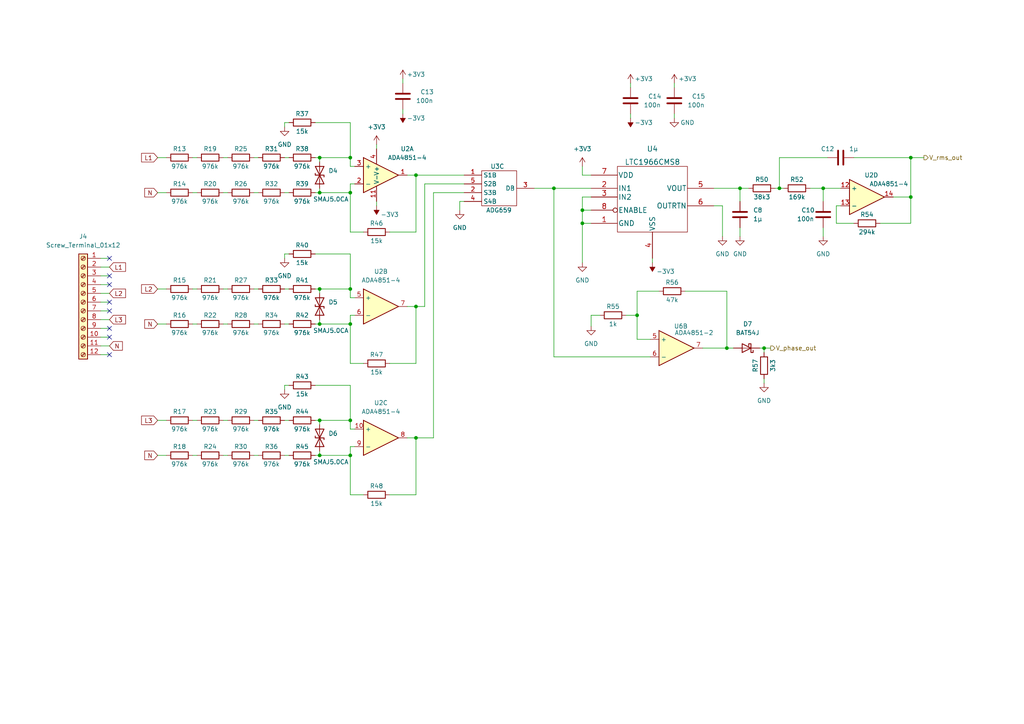
<source format=kicad_sch>
(kicad_sch (version 20211123) (generator eeschema)
  (paper "A4")
  (lib_symbols
    (symbol "ADA4851-2_multipart:ADA4851-2"
      (property "Reference" "U" (at 2.54 3.81 0))
      (property "Value" "ADA4851-2" (at 7.62 -3.81 0))
      (symbol "ADA4851-2_0_1"
        (polyline (pts (xy -3.81 5.08) (xy 6.35 0) (xy -3.81 -5.08) (xy -3.81 5.08)) (stroke (width 0.254)) (fill (type background)))
      )
      (symbol "ADA4851-2_1_1"
        (pin output line (at 8.89 0 180) (length 2.54) (name "~") (number "1"))
        (pin input line (at -6.35 -2.54 0) (length 2.54) (name "-") (number "2"))
        (pin input line (at -6.35 2.54 0) (length 2.54) (name "+") (number "3"))
        (pin power_in line (at 0 -7.62 90) (length 4.445) (name "V-") (number "4"))
        (pin power_in line (at 0 7.62 270) (length 4.445) (name "V+") (number "8"))
      )
      (symbol "ADA4851-2_2_1"
        (pin input line (at -6.35 2.54 0) (length 2.54) (name "+") (number "5"))
        (pin input line (at -6.35 -2.54 0) (length 2.54) (name "-") (number "6"))
        (pin output line (at 8.89 0 180) (length 2.54) (name "~") (number "7"))
      )
    )
    (symbol "ADA4851-4_multipart:ADA4851-4"
      (property "Reference" "U" (at 2.54 -0.635 0))
      (property "Value" "ADA4851-4" (at 7.62 -8.89 0))
      (symbol "ADA4851-4_0_1"
        (polyline (pts (xy -3.81 0) (xy 6.35 -5.08) (xy -3.81 -10.16) (xy -3.81 0)) (stroke (width 0.254)) (fill (type background)))
      )
      (symbol "ADA4851-4_1_1"
        (pin output line (at 8.89 -5.08 180) (length 2.54) (name "~") (number "1"))
        (pin power_in line (at 0 -12.7 90) (length 4.445) (name "V-") (number "11"))
        (pin input line (at -6.35 -7.62 0) (length 2.54) (name "-") (number "2"))
        (pin input line (at -6.35 -2.54 0) (length 2.54) (name "+") (number "3"))
        (pin power_in line (at 0 2.54 270) (length 4.445) (name "V+") (number "4"))
      )
      (symbol "ADA4851-4_2_1"
        (pin input line (at -6.35 -2.54 0) (length 2.54) (name "+") (number "5"))
        (pin input line (at -6.35 -7.62 0) (length 2.54) (name "-") (number "6"))
        (pin output line (at 8.89 -5.08 180) (length 2.54) (name "~") (number "7"))
      )
      (symbol "ADA4851-4_3_1"
        (pin input line (at -6.35 -2.54 0) (length 2.54) (name "+") (number "10"))
        (pin output line (at 8.89 -5.08 180) (length 2.54) (name "~") (number "8"))
        (pin input line (at -6.35 -7.62 0) (length 2.54) (name "-") (number "9"))
      )
      (symbol "ADA4851-4_4_1"
        (pin input line (at -6.35 -2.54 0) (length 2.54) (name "+") (number "12"))
        (pin input line (at -6.35 -7.62 0) (length 2.54) (name "-") (number "13"))
        (pin output line (at 8.89 -5.08 180) (length 2.54) (name "~") (number "14"))
      )
    )
    (symbol "ADG659_multipart:ADG659"
      (property "Reference" "U" (at 0 12.7 0))
      (property "Value" "ADG659" (at 0 10.16 0))
      (symbol "ADG659_1_1"
        (rectangle (start -6.35 8.89) (end 6.35 -10.16))
        (pin input line (at -11.43 2.54 0) (length 5.08) (name "A0") (number "10"))
        (pin power_in line (at -11.43 6.35 0) (length 5.08) (name "VDD") (number "16"))
        (pin input inverted (at -11.43 -3.81 0) (length 5.08) (name "EN") (number "6"))
        (pin power_in line (at 0 -15.24 90) (length 5.08) (name "VSS") (number "7"))
        (pin power_in line (at -11.43 -7.62 0) (length 5.08) (name "GND") (number "8"))
        (pin input line (at -11.43 0 0) (length 5.08) (name "A1") (number "9"))
      )
      (symbol "ADG659_2_1"
        (rectangle (start -5.08 5.08) (end 5.08 -5.08))
        (pin input line (at -10.16 -3.81 0) (length 5.08) (name "S4A") (number "11"))
        (pin input line (at -10.16 3.81 0) (length 5.08) (name "S1A") (number "12"))
        (pin output line (at 10.16 0 180) (length 5.08) (name "DA") (number "13"))
        (pin input line (at -10.16 1.27 0) (length 5.08) (name "S2A") (number "14"))
        (pin input line (at -10.16 -1.27 0) (length 5.08) (name "S3A") (number "15"))
      )
      (symbol "ADG659_3_1"
        (rectangle (start -5.08 5.08) (end 5.08 -5.08))
        (pin input line (at -10.16 3.81 0) (length 5.08) (name "S1B") (number "1"))
        (pin input line (at -10.16 -1.27 0) (length 5.08) (name "S3B") (number "2"))
        (pin output line (at 10.16 0 180) (length 5.08) (name "DB") (number "3"))
        (pin input line (at -10.16 -3.81 0) (length 5.08) (name "S4B") (number "4"))
        (pin input line (at -10.16 1.27 0) (length 5.08) (name "S2B") (number "5"))
      )
    )
    (symbol "Connector:Screw_Terminal_01x12" (pin_names (offset 1.016) hide)
      (property "Reference" "J" (at 0 15.24 0))
      (property "Value" "Screw_Terminal_01x12" (at 0 -17.78 0))
      (symbol "Screw_Terminal_01x12_1_1"
        (rectangle (start -1.27 13.97) (end 1.27 -16.51) (stroke (width 0.254)) (fill (type background)))
        (circle (center 0 -15.24) (radius 0.635) (stroke (width 0.1524)))
        (circle (center 0 -12.7) (radius 0.635) (stroke (width 0.1524)))
        (circle (center 0 -10.16) (radius 0.635) (stroke (width 0.1524)))
        (circle (center 0 -7.62) (radius 0.635) (stroke (width 0.1524)))
        (circle (center 0 -5.08) (radius 0.635) (stroke (width 0.1524)))
        (circle (center 0 -2.54) (radius 0.635) (stroke (width 0.1524)))
        (polyline (pts (xy -0.5334 -14.9098) (xy 0.3302 -15.748)) (stroke (width 0.1524)))
        (polyline (pts (xy -0.5334 -12.3698) (xy 0.3302 -13.208)) (stroke (width 0.1524)))
        (polyline (pts (xy -0.5334 -9.8298) (xy 0.3302 -10.668)) (stroke (width 0.1524)))
        (polyline (pts (xy -0.5334 -7.2898) (xy 0.3302 -8.128)) (stroke (width 0.1524)))
        (polyline (pts (xy -0.5334 -4.7498) (xy 0.3302 -5.588)) (stroke (width 0.1524)))
        (polyline (pts (xy -0.5334 -2.2098) (xy 0.3302 -3.048)) (stroke (width 0.1524)))
        (polyline (pts (xy -0.5334 0.3302) (xy 0.3302 -0.508)) (stroke (width 0.1524)))
        (polyline (pts (xy -0.5334 2.8702) (xy 0.3302 2.032)) (stroke (width 0.1524)))
        (polyline (pts (xy -0.5334 5.4102) (xy 0.3302 4.572)) (stroke (width 0.1524)))
        (polyline (pts (xy -0.5334 7.9502) (xy 0.3302 7.112)) (stroke (width 0.1524)))
        (polyline (pts (xy -0.5334 10.4902) (xy 0.3302 9.652)) (stroke (width 0.1524)))
        (polyline (pts (xy -0.5334 13.0302) (xy 0.3302 12.192)) (stroke (width 0.1524)))
        (polyline (pts (xy -0.3556 -14.732) (xy 0.508 -15.5702)) (stroke (width 0.1524)))
        (polyline (pts (xy -0.3556 -12.192) (xy 0.508 -13.0302)) (stroke (width 0.1524)))
        (polyline (pts (xy -0.3556 -9.652) (xy 0.508 -10.4902)) (stroke (width 0.1524)))
        (polyline (pts (xy -0.3556 -7.112) (xy 0.508 -7.9502)) (stroke (width 0.1524)))
        (polyline (pts (xy -0.3556 -4.572) (xy 0.508 -5.4102)) (stroke (width 0.1524)))
        (polyline (pts (xy -0.3556 -2.032) (xy 0.508 -2.8702)) (stroke (width 0.1524)))
        (polyline (pts (xy -0.3556 0.508) (xy 0.508 -0.3302)) (stroke (width 0.1524)))
        (polyline (pts (xy -0.3556 3.048) (xy 0.508 2.2098)) (stroke (width 0.1524)))
        (polyline (pts (xy -0.3556 5.588) (xy 0.508 4.7498)) (stroke (width 0.1524)))
        (polyline (pts (xy -0.3556 8.128) (xy 0.508 7.2898)) (stroke (width 0.1524)))
        (polyline (pts (xy -0.3556 10.668) (xy 0.508 9.8298)) (stroke (width 0.1524)))
        (polyline (pts (xy -0.3556 13.208) (xy 0.508 12.3698)) (stroke (width 0.1524)))
        (circle (center 0 0) (radius 0.635) (stroke (width 0.1524)))
        (circle (center 0 2.54) (radius 0.635) (stroke (width 0.1524)))
        (circle (center 0 5.08) (radius 0.635) (stroke (width 0.1524)))
        (circle (center 0 7.62) (radius 0.635) (stroke (width 0.1524)))
        (circle (center 0 10.16) (radius 0.635) (stroke (width 0.1524)))
        (circle (center 0 12.7) (radius 0.635) (stroke (width 0.1524)))
        (pin passive line (at -5.08 12.7 0) (length 3.81) (name "Pin_1") (number "1"))
        (pin passive line (at -5.08 -10.16 0) (length 3.81) (name "Pin_10") (number "10"))
        (pin passive line (at -5.08 -12.7 0) (length 3.81) (name "Pin_11") (number "11"))
        (pin passive line (at -5.08 -15.24 0) (length 3.81) (name "Pin_12") (number "12"))
        (pin passive line (at -5.08 10.16 0) (length 3.81) (name "Pin_2") (number "2"))
        (pin passive line (at -5.08 7.62 0) (length 3.81) (name "Pin_3") (number "3"))
        (pin passive line (at -5.08 5.08 0) (length 3.81) (name "Pin_4") (number "4"))
        (pin passive line (at -5.08 2.54 0) (length 3.81) (name "Pin_5") (number "5"))
        (pin passive line (at -5.08 0 0) (length 3.81) (name "Pin_6") (number "6"))
        (pin passive line (at -5.08 -2.54 0) (length 3.81) (name "Pin_7") (number "7"))
        (pin passive line (at -5.08 -5.08 0) (length 3.81) (name "Pin_8") (number "8"))
        (pin passive line (at -5.08 -7.62 0) (length 3.81) (name "Pin_9") (number "9"))
      )
    )
    (symbol "Device:C" (pin_numbers hide) (pin_names (offset 0.254))
      (property "Reference" "C" (at 0.635 2.54 0))
      (property "Value" "C" (at 0.635 -2.54 0))
      (symbol "C_0_1"
        (polyline (pts (xy -2.032 -0.762) (xy 2.032 -0.762)) (stroke (width 0.508)))
        (polyline (pts (xy -2.032 0.762) (xy 2.032 0.762)) (stroke (width 0.508)))
      )
      (symbol "C_1_1"
        (pin passive line (at 0 3.81 270) (length 2.794) (name "~") (number "1"))
        (pin passive line (at 0 -3.81 90) (length 2.794) (name "~") (number "2"))
      )
    )
    (symbol "Device:D_TVS" (pin_numbers hide) (pin_names (offset 1.016) hide)
      (property "Reference" "D" (at 0 2.54 0))
      (property "Value" "D_TVS" (at 0 -2.54 0))
      (symbol "D_TVS_0_1"
        (polyline (pts (xy 1.27 0) (xy -1.27 0)))
        (polyline (pts (xy 0.508 1.27) (xy 0 1.27) (xy 0 -1.27) (xy -0.508 -1.27)) (stroke (width 0.254)))
        (polyline (pts (xy -2.54 1.27) (xy -2.54 -1.27) (xy 2.54 1.27) (xy 2.54 -1.27) (xy -2.54 1.27)) (stroke (width 0.254)))
      )
      (symbol "D_TVS_1_1"
        (pin passive line (at -3.81 0 0) (length 2.54) (name "A1") (number "1"))
        (pin passive line (at 3.81 0 180) (length 2.54) (name "A2") (number "2"))
      )
    )
    (symbol "Device:R" (pin_numbers hide) (pin_names (offset 0))
      (property "Reference" "R" (at 2.032 0 90))
      (property "Value" "R" (at 0 0 90))
      (symbol "R_0_1"
        (rectangle (start -1.016 -2.54) (end 1.016 2.54) (stroke (width 0.254)))
      )
      (symbol "R_1_1"
        (pin passive line (at 0 3.81 270) (length 1.27) (name "~") (number "1"))
        (pin passive line (at 0 -3.81 90) (length 1.27) (name "~") (number "2"))
      )
    )
    (symbol "Diode:BAT54J" (pin_numbers hide) (pin_names hide)
      (property "Reference" "D" (at 0 2.54 0))
      (property "Value" "BAT54J" (at 0 -2.54 0))
      (symbol "BAT54J_0_1"
        (polyline (pts (xy 1.27 0) (xy -1.27 0)))
        (polyline (pts (xy 1.27 1.27) (xy 1.27 -1.27) (xy -1.27 0) (xy 1.27 1.27)) (stroke (width 0.254)))
        (polyline (pts (xy -1.905 0.635) (xy -1.905 1.27) (xy -1.27 1.27) (xy -1.27 -1.27) (xy -0.635 -1.27) (xy -0.635 -0.635)) (stroke (width 0.254)))
      )
      (symbol "BAT54J_1_1"
        (pin passive line (at -3.81 0 0) (length 2.54) (name "K") (number "1"))
        (pin passive line (at 3.81 0 180) (length 2.54) (name "A") (number "2"))
      )
    )
    (symbol "LTC1966:LTC1966CMS8" (pin_names (offset 0.254))
      (property "Reference" "U" (at 0 13.97 0))
      (property "Value" "LTC1966CMS8" (at 0 11.43 0))
      (symbol "LTC1966CMS8_1_1"
        (rectangle (start -10.16 8.89) (end 10.16 -10.16))
        (pin power_in line (at -17.78 -7.62 0) (length 7.62) (name "GND") (number "1"))
        (pin input line (at -17.78 2.54 0) (length 7.62) (name "IN1") (number "2"))
        (pin input line (at -17.78 0 0) (length 7.62) (name "IN2") (number "3"))
        (pin power_in line (at 0 -17.78 90) (length 7.62) (name "VSS") (number "4"))
        (pin output line (at 17.78 2.54 180) (length 7.62) (name "VOUT") (number "5"))
        (pin input line (at 17.78 -2.54 180) (length 7.62) (name "OUTRTN") (number "6"))
        (pin power_in line (at -17.78 6.35 0) (length 7.62) (name "VDD") (number "7"))
        (pin input inverted (at -17.78 -3.81 0) (length 7.62) (name "ENABLE") (number "8"))
      )
    )
    (symbol "power:+3V3" (power) (pin_names (offset 0))
      (property "Value" "+3V3" (at 0 3.556 0))
      (symbol "+3V3_0_1"
        (polyline (pts (xy -0.762 1.27) (xy 0 2.54)))
        (polyline (pts (xy 0 0) (xy 0 2.54)))
        (polyline (pts (xy 0 2.54) (xy 0.762 1.27)))
      )
      (symbol "+3V3_1_1"
        (pin power_in line (at 0 0 90) (length 0) hide (name "+3V3") (number "1"))
      )
    )
    (symbol "power:-3V3" (power) (pin_names (offset 0))
      (property "Value" "-3V3" (at 0 3.81 0))
      (symbol "-3V3_0_0"
        (pin power_in line (at 0 0 90) (length 0) hide (name "-3V3") (number "1"))
      )
      (symbol "-3V3_0_1"
        (polyline (pts (xy 0 0) (xy 0 1.27) (xy 0.762 1.27) (xy 0 2.54) (xy -0.762 1.27) (xy 0 1.27)) (fill (type outline)))
      )
    )
    (symbol "power:GND" (power) (pin_names (offset 0))
      (property "Value" "GND" (at 0 -3.81 0))
      (symbol "GND_0_1"
        (polyline (pts (xy 0 0) (xy 0 -1.27) (xy 1.27 -1.27) (xy 0 -2.54) (xy -1.27 -1.27) (xy 0 -1.27)))
      )
      (symbol "GND_1_1"
        (pin power_in line (at 0 0 270) (length 0) hide (name "GND") (number "1"))
      )
    )
  )
  (junction (at 101.6 83.82))
  (junction (at 168.91 60.96))
  (junction (at 184.785 91.44))
  (junction (at 101.6 55.88))
  (junction (at 168.91 64.77))
  (junction (at 264.16 45.72))
  (junction (at 120.65 127))
  (junction (at 120.65 88.9))
  (junction (at 214.63 54.61))
  (junction (at 92.71 45.72))
  (junction (at 92.71 132.08))
  (junction (at 264.16 57.15))
  (junction (at 92.71 121.92))
  (junction (at 92.71 93.98))
  (junction (at 120.65 50.8))
  (junction (at 238.76 54.61))
  (junction (at 210.82 100.965))
  (junction (at 101.6 45.72))
  (junction (at 101.6 132.08))
  (junction (at 160.655 54.61))
  (junction (at 92.71 83.82))
  (junction (at 101.6 121.92))
  (junction (at 226.06 54.61))
  (junction (at 221.615 100.965))
  (junction (at 92.71 55.88))
  (junction (at 101.6 93.98))
  (no_connect (at 31.75 74.93))
  (no_connect (at 31.75 97.79))
  (no_connect (at 31.75 95.25))
  (no_connect (at 31.75 90.17))
  (no_connect (at 31.75 87.63))
  (no_connect (at 31.75 102.87))
  (no_connect (at 31.75 80.01))
  (no_connect (at 31.75 82.55))
  (wire (pts (xy 168.91 57.15) (xy 168.91 60.96)))
  (wire (pts (xy 101.6 111.76) (xy 101.6 121.92)))
  (wire (pts (xy 125.73 127) (xy 120.65 127)))
  (wire (pts (xy 101.6 67.31) (xy 105.41 67.31)))
  (wire (pts (xy 255.27 64.77) (xy 264.16 64.77)))
  (wire (pts (xy 217.17 54.61) (xy 214.63 54.61)))
  (wire (pts (xy 83.82 111.76) (xy 82.55 111.76)))
  (wire (pts (xy 184.785 91.44) (xy 184.785 98.425)))
  (wire (pts (xy 29.21 92.71) (xy 31.75 92.71)))
  (wire (pts (xy 168.91 60.96) (xy 171.45 60.96)))
  (wire (pts (xy 55.88 121.92) (xy 57.15 121.92)))
  (wire (pts (xy 101.6 105.41) (xy 105.41 105.41)))
  (wire (pts (xy 29.21 80.01) (xy 31.75 80.01)))
  (wire (pts (xy 101.6 121.92) (xy 92.71 121.92)))
  (wire (pts (xy 82.55 35.56) (xy 82.55 36.83)))
  (wire (pts (xy 101.6 93.98) (xy 101.6 105.41)))
  (wire (pts (xy 55.88 45.72) (xy 57.15 45.72)))
  (wire (pts (xy 247.65 45.72) (xy 264.16 45.72)))
  (wire (pts (xy 29.21 102.87) (xy 31.75 102.87)))
  (wire (pts (xy 221.615 100.965) (xy 223.52 100.965)))
  (wire (pts (xy 210.82 100.965) (xy 203.835 100.965)))
  (wire (pts (xy 73.66 121.92) (xy 74.93 121.92)))
  (wire (pts (xy 221.615 100.965) (xy 221.615 102.235)))
  (wire (pts (xy 92.71 83.82) (xy 92.71 85.09)))
  (wire (pts (xy 92.71 121.92) (xy 92.71 123.19)))
  (wire (pts (xy 45.72 132.08) (xy 48.26 132.08)))
  (wire (pts (xy 29.21 82.55) (xy 31.75 82.55)))
  (wire (pts (xy 226.06 45.72) (xy 226.06 54.61)))
  (wire (pts (xy 101.6 73.66) (xy 101.6 83.82)))
  (wire (pts (xy 91.44 111.76) (xy 101.6 111.76)))
  (wire (pts (xy 120.65 88.9) (xy 118.11 88.9)))
  (wire (pts (xy 168.91 50.8) (xy 171.45 50.8)))
  (wire (pts (xy 82.55 132.08) (xy 83.82 132.08)))
  (wire (pts (xy 160.655 54.61) (xy 171.45 54.61)))
  (wire (pts (xy 210.82 84.455) (xy 210.82 100.965)))
  (wire (pts (xy 120.65 127) (xy 120.65 143.51)))
  (wire (pts (xy 238.76 54.61) (xy 243.84 54.61)))
  (wire (pts (xy 173.99 91.44) (xy 171.45 91.44)))
  (wire (pts (xy 109.22 41.91) (xy 109.22 43.18)))
  (wire (pts (xy 101.6 53.34) (xy 102.87 53.34)))
  (wire (pts (xy 101.6 129.54) (xy 102.87 129.54)))
  (wire (pts (xy 55.88 93.98) (xy 57.15 93.98)))
  (wire (pts (xy 29.21 74.93) (xy 31.75 74.93)))
  (wire (pts (xy 242.57 59.69) (xy 243.84 59.69)))
  (wire (pts (xy 123.19 88.9) (xy 120.65 88.9)))
  (wire (pts (xy 188.595 103.505) (xy 160.655 103.505)))
  (wire (pts (xy 101.6 35.56) (xy 101.6 45.72)))
  (wire (pts (xy 73.66 93.98) (xy 74.93 93.98)))
  (wire (pts (xy 207.01 54.61) (xy 214.63 54.61)))
  (wire (pts (xy 134.62 53.34) (xy 123.19 53.34)))
  (wire (pts (xy 73.66 55.88) (xy 74.93 55.88)))
  (wire (pts (xy 116.84 22.86) (xy 116.84 24.13)))
  (wire (pts (xy 101.6 86.36) (xy 102.87 86.36)))
  (wire (pts (xy 101.6 48.26) (xy 101.6 45.72)))
  (wire (pts (xy 91.44 132.08) (xy 92.71 132.08)))
  (wire (pts (xy 120.65 50.8) (xy 134.62 50.8)))
  (wire (pts (xy 134.62 55.88) (xy 125.73 55.88)))
  (wire (pts (xy 220.345 100.965) (xy 221.615 100.965)))
  (wire (pts (xy 109.22 58.42) (xy 109.22 59.69)))
  (wire (pts (xy 101.6 86.36) (xy 101.6 83.82)))
  (wire (pts (xy 168.91 64.77) (xy 168.91 60.96)))
  (wire (pts (xy 92.71 93.98) (xy 101.6 93.98)))
  (wire (pts (xy 92.71 130.81) (xy 92.71 132.08)))
  (wire (pts (xy 64.77 121.92) (xy 66.04 121.92)))
  (wire (pts (xy 101.6 129.54) (xy 101.6 132.08)))
  (wire (pts (xy 184.785 84.455) (xy 184.785 91.44)))
  (wire (pts (xy 29.21 77.47) (xy 31.75 77.47)))
  (wire (pts (xy 195.58 33.02) (xy 195.58 34.29)))
  (wire (pts (xy 92.71 55.88) (xy 101.6 55.88)))
  (wire (pts (xy 64.77 132.08) (xy 66.04 132.08)))
  (wire (pts (xy 73.66 83.82) (xy 74.93 83.82)))
  (wire (pts (xy 101.6 124.46) (xy 102.87 124.46)))
  (wire (pts (xy 73.66 132.08) (xy 74.93 132.08)))
  (wire (pts (xy 45.72 45.72) (xy 48.26 45.72)))
  (wire (pts (xy 82.55 45.72) (xy 83.82 45.72)))
  (wire (pts (xy 29.21 100.33) (xy 31.75 100.33)))
  (wire (pts (xy 154.94 54.61) (xy 160.655 54.61)))
  (wire (pts (xy 221.615 109.855) (xy 221.615 111.125)))
  (wire (pts (xy 45.72 93.98) (xy 48.26 93.98)))
  (wire (pts (xy 224.79 54.61) (xy 226.06 54.61)))
  (wire (pts (xy 45.72 121.92) (xy 48.26 121.92)))
  (wire (pts (xy 82.55 121.92) (xy 83.82 121.92)))
  (wire (pts (xy 133.35 58.42) (xy 133.35 60.96)))
  (wire (pts (xy 29.21 97.79) (xy 31.75 97.79)))
  (wire (pts (xy 83.82 35.56) (xy 82.55 35.56)))
  (wire (pts (xy 101.6 132.08) (xy 101.6 143.51)))
  (wire (pts (xy 226.06 54.61) (xy 227.33 54.61)))
  (wire (pts (xy 209.55 68.58) (xy 209.55 59.69)))
  (wire (pts (xy 92.71 92.71) (xy 92.71 93.98)))
  (wire (pts (xy 92.71 54.61) (xy 92.71 55.88)))
  (wire (pts (xy 101.6 91.44) (xy 102.87 91.44)))
  (wire (pts (xy 82.55 83.82) (xy 83.82 83.82)))
  (wire (pts (xy 64.77 83.82) (xy 66.04 83.82)))
  (wire (pts (xy 91.44 55.88) (xy 92.71 55.88)))
  (wire (pts (xy 168.91 48.26) (xy 168.91 50.8)))
  (wire (pts (xy 91.44 83.82) (xy 92.71 83.82)))
  (wire (pts (xy 247.65 64.77) (xy 242.57 64.77)))
  (wire (pts (xy 55.88 132.08) (xy 57.15 132.08)))
  (wire (pts (xy 120.65 50.8) (xy 118.11 50.8)))
  (wire (pts (xy 101.6 45.72) (xy 92.71 45.72)))
  (wire (pts (xy 264.16 45.72) (xy 264.16 57.15)))
  (wire (pts (xy 195.58 24.13) (xy 195.58 25.4)))
  (wire (pts (xy 45.72 55.88) (xy 48.26 55.88)))
  (wire (pts (xy 160.655 103.505) (xy 160.655 54.61)))
  (wire (pts (xy 184.785 98.425) (xy 188.595 98.425)))
  (wire (pts (xy 171.45 91.44) (xy 171.45 94.615)))
  (wire (pts (xy 91.44 73.66) (xy 101.6 73.66)))
  (wire (pts (xy 45.72 83.82) (xy 48.26 83.82)))
  (wire (pts (xy 210.82 100.965) (xy 212.725 100.965)))
  (wire (pts (xy 55.88 55.88) (xy 57.15 55.88)))
  (wire (pts (xy 134.62 58.42) (xy 133.35 58.42)))
  (wire (pts (xy 73.66 45.72) (xy 74.93 45.72)))
  (wire (pts (xy 64.77 93.98) (xy 66.04 93.98)))
  (wire (pts (xy 101.6 55.88) (xy 101.6 67.31)))
  (wire (pts (xy 120.65 88.9) (xy 120.65 105.41)))
  (wire (pts (xy 101.6 91.44) (xy 101.6 93.98)))
  (wire (pts (xy 171.45 57.15) (xy 168.91 57.15)))
  (wire (pts (xy 92.71 45.72) (xy 92.71 46.99)))
  (wire (pts (xy 238.76 54.61) (xy 238.76 58.42)))
  (wire (pts (xy 264.16 45.72) (xy 267.97 45.72)))
  (wire (pts (xy 91.44 45.72) (xy 92.71 45.72)))
  (wire (pts (xy 91.44 121.92) (xy 92.71 121.92)))
  (wire (pts (xy 214.63 66.04) (xy 214.63 68.58)))
  (wire (pts (xy 189.23 74.93) (xy 189.23 76.2)))
  (wire (pts (xy 82.55 73.66) (xy 82.55 74.93)))
  (wire (pts (xy 101.6 143.51) (xy 105.41 143.51)))
  (wire (pts (xy 82.55 111.76) (xy 82.55 113.03)))
  (wire (pts (xy 168.91 64.77) (xy 171.45 64.77)))
  (wire (pts (xy 198.755 84.455) (xy 210.82 84.455)))
  (wire (pts (xy 264.16 57.15) (xy 259.08 57.15)))
  (wire (pts (xy 125.73 55.88) (xy 125.73 127)))
  (wire (pts (xy 82.55 93.98) (xy 83.82 93.98)))
  (wire (pts (xy 29.21 90.17) (xy 31.75 90.17)))
  (wire (pts (xy 101.6 53.34) (xy 101.6 55.88)))
  (wire (pts (xy 120.65 50.8) (xy 120.65 67.31)))
  (wire (pts (xy 55.88 83.82) (xy 57.15 83.82)))
  (wire (pts (xy 92.71 132.08) (xy 101.6 132.08)))
  (wire (pts (xy 182.88 24.13) (xy 182.88 25.4)))
  (wire (pts (xy 120.65 143.51) (xy 113.03 143.51)))
  (wire (pts (xy 101.6 124.46) (xy 101.6 121.92)))
  (wire (pts (xy 214.63 54.61) (xy 214.63 58.42)))
  (wire (pts (xy 226.06 45.72) (xy 240.03 45.72)))
  (wire (pts (xy 120.65 127) (xy 118.11 127)))
  (wire (pts (xy 101.6 83.82) (xy 92.71 83.82)))
  (wire (pts (xy 91.44 93.98) (xy 92.71 93.98)))
  (wire (pts (xy 242.57 64.77) (xy 242.57 59.69)))
  (wire (pts (xy 83.82 73.66) (xy 82.55 73.66)))
  (wire (pts (xy 207.01 59.69) (xy 209.55 59.69)))
  (wire (pts (xy 82.55 55.88) (xy 83.82 55.88)))
  (wire (pts (xy 29.21 95.25) (xy 31.75 95.25)))
  (wire (pts (xy 120.65 67.31) (xy 113.03 67.31)))
  (wire (pts (xy 64.77 45.72) (xy 66.04 45.72)))
  (wire (pts (xy 181.61 91.44) (xy 184.785 91.44)))
  (wire (pts (xy 116.84 31.75) (xy 116.84 33.02)))
  (wire (pts (xy 120.65 105.41) (xy 113.03 105.41)))
  (wire (pts (xy 91.44 35.56) (xy 101.6 35.56)))
  (wire (pts (xy 168.91 76.2) (xy 168.91 64.77)))
  (wire (pts (xy 29.21 85.09) (xy 31.75 85.09)))
  (wire (pts (xy 101.6 48.26) (xy 102.87 48.26)))
  (wire (pts (xy 238.76 66.04) (xy 238.76 68.58)))
  (wire (pts (xy 234.95 54.61) (xy 238.76 54.61)))
  (wire (pts (xy 182.88 33.02) (xy 182.88 34.29)))
  (wire (pts (xy 29.21 87.63) (xy 31.75 87.63)))
  (wire (pts (xy 264.16 64.77) (xy 264.16 57.15)))
  (wire (pts (xy 64.77 55.88) (xy 66.04 55.88)))
  (wire (pts (xy 191.135 84.455) (xy 184.785 84.455)))
  (wire (pts (xy 123.19 53.34) (xy 123.19 88.9)))
  (global_label "N" (shape input) (at 31.75 100.33 0) (property "Intersheet References" "${INTERSHEET_REFS}" (effects hide)))
  (global_label "N" (shape input) (at 45.72 55.88 180) (property "Intersheet References" "${INTERSHEET_REFS}" (effects hide)))
  (global_label "N" (shape input) (at 45.72 132.08 180) (property "Intersheet References" "${INTERSHEET_REFS}" (effects hide)))
  (global_label "L3" (shape input) (at 45.72 121.92 180) (property "Intersheet References" "${INTERSHEET_REFS}" (effects hide)))
  (global_label "L2" (shape input) (at 45.72 83.82 180) (property "Intersheet References" "${INTERSHEET_REFS}" (effects hide)))
  (global_label "N" (shape input) (at 45.72 93.98 180) (property "Intersheet References" "${INTERSHEET_REFS}" (effects hide)))
  (global_label "L1" (shape input) (at 45.72 45.72 180) (property "Intersheet References" "${INTERSHEET_REFS}" (effects hide)))
  (global_label "L2" (shape input) (at 31.75 85.09 0) (property "Intersheet References" "${INTERSHEET_REFS}" (effects hide)))
  (global_label "L3" (shape input) (at 31.75 92.71 0) (property "Intersheet References" "${INTERSHEET_REFS}" (effects hide)))
  (global_label "L1" (shape input) (at 31.75 77.47 0) (property "Intersheet References" "${INTERSHEET_REFS}" (effects hide)))
  (hierarchical_label "V_phase_out" (shape output) (at 223.52 100.965 0))
  (hierarchical_label "V_rms_out" (shape output) (at 267.97 45.72 0))
  (symbol (lib_id "Device:C") (at 238.76 62.23 0) (unit 1)
    (property "Reference" "C10" (at 232.41 60.96 0) (effects (justify left)))
    (property "Value" "100n" (at 231.14 63.5 0) (effects (justify left)))
    (property "Footprint" "Capacitor_SMD:C_0603_1608Metric_Pad1.08x0.95mm_HandSolder" (effects hide))
    (property "Voltage rating" "6.3V" (effects hide))
    (property "Grade" "X7R" (effects hide))
  )
  (symbol (lib_id "Device:R") (at 87.63 73.66 90) (unit 1)
    (property "Reference" "R40" (at 87.63 71.12 90))
    (property "Value" "15k" (at 87.63 76.2 90))
    (property "Footprint" "Resistor_SMD:R_0603_1608Metric_Pad0.98x0.95mm_HandSolder" (effects hide))
  )
  (symbol (lib_id "ADA4851-4_multipart:ADA4851-4") (at 250.19 52.07 0) (unit 4)
    (property "Reference" "U2" (at 252.73 50.8 0))
    (property "Value" "ADA4851-4" (at 257.81 53.34 0))
    (property "Footprint" "Footprints:ADA4851-4YRUZ" (effects hide))
  )
  (symbol (lib_id "Device:R") (at 87.63 35.56 90) (unit 1)
    (property "Reference" "R37" (at 87.63 33.02 90))
    (property "Value" "15k" (at 87.63 38.1 90))
    (property "Footprint" "Resistor_SMD:R_0603_1608Metric_Pad0.98x0.95mm_HandSolder" (effects hide))
  )
  (symbol (lib_id "Device:D_TVS") (at 92.71 50.8 90) (unit 1)
    (property "Reference" "D4" (at 95.25 49.5299 90) (effects (justify right)))
    (property "Value" "SMAJ5.0CA" (at 90.805 57.785 90) (effects (justify right)))
    (property "Footprint" "Diode_SMD:D_SMA_Handsoldering" (effects hide))
  )
  (symbol (lib_id "Device:R") (at 87.63 83.82 90) (unit 1)
    (property "Reference" "R41" (at 87.63 81.28 90))
    (property "Value" "976k" (at 87.63 86.36 90))
    (property "Footprint" "Resistor_SMD:R_1210_3225Metric_Pad1.30x2.65mm_HandSolder" (effects hide))
  )
  (symbol (lib_id "Device:R") (at 78.74 121.92 90) (unit 1)
    (property "Reference" "R35" (at 78.74 119.38 90))
    (property "Value" "976k" (at 78.74 124.46 90))
    (property "Footprint" "Resistor_SMD:R_1210_3225Metric_Pad1.30x2.65mm_HandSolder" (effects hide))
  )
  (symbol (lib_id "Device:R") (at 87.63 55.88 90) (unit 1)
    (property "Reference" "R39" (at 87.63 53.34 90))
    (property "Value" "976k" (at 87.63 58.42 90))
    (property "Footprint" "Resistor_SMD:R_1210_3225Metric_Pad1.30x2.65mm_HandSolder" (effects hide))
  )
  (symbol (lib_id "Device:R") (at 194.945 84.455 90) (unit 1)
    (property "Reference" "R56" (at 194.945 81.915 90))
    (property "Value" "47k" (at 194.945 86.995 90))
    (property "Footprint" "Resistor_SMD:R_0603_1608Metric_Pad0.98x0.95mm_HandSolder" (effects hide))
  )
  (symbol (lib_id "Device:R") (at 109.22 67.31 90) (unit 1)
    (property "Reference" "R46" (at 109.22 64.77 90))
    (property "Value" "15k" (at 109.22 69.85 90))
    (property "Footprint" "Resistor_SMD:R_0603_1608Metric_Pad0.98x0.95mm_HandSolder" (effects hide))
  )
  (symbol (lib_id "Device:R") (at 60.96 121.92 90) (unit 1)
    (property "Reference" "R23" (at 60.96 119.38 90))
    (property "Value" "976k" (at 60.96 124.46 90))
    (property "Footprint" "Resistor_SMD:R_1210_3225Metric_Pad1.30x2.65mm_HandSolder" (effects hide))
  )
  (symbol (lib_id "ADA4851-2_multipart:ADA4851-2") (at 194.945 100.965 0) (unit 2)
    (property "Reference" "U6" (at 197.485 94.615 0))
    (property "Value" "ADA4851-2" (at 201.295 96.52 0))
    (property "Footprint" "Footprints:ADA4851-2YRMZ" (effects hide))
  )
  (symbol (lib_id "Device:R") (at 87.63 93.98 90) (unit 1)
    (property "Reference" "R42" (at 87.63 91.44 90))
    (property "Value" "976k" (at 87.63 96.52 90))
    (property "Footprint" "Resistor_SMD:R_1210_3225Metric_Pad1.30x2.65mm_HandSolder" (effects hide))
  )
  (symbol (lib_id "Device:R") (at 52.07 132.08 90) (unit 1)
    (property "Reference" "R18" (at 52.07 129.54 90))
    (property "Value" "976k" (at 52.07 134.62 90))
    (property "Footprint" "Resistor_SMD:R_1210_3225Metric_Pad1.30x2.65mm_HandSolder" (effects hide))
  )
  (symbol (lib_id "Device:R") (at 52.07 83.82 90) (unit 1)
    (property "Reference" "R15" (at 52.07 81.28 90))
    (property "Value" "976k" (at 52.07 86.36 90))
    (property "Footprint" "Resistor_SMD:R_1210_3225Metric_Pad1.30x2.65mm_HandSolder" (effects hide))
  )
  (symbol (lib_id "Device:R") (at 220.98 54.61 90) (unit 1)
    (property "Reference" "R50" (at 220.98 52.07 90))
    (property "Value" "38k3" (at 220.98 57.15 90))
    (property "Footprint" "Resistor_SMD:R_0603_1608Metric_Pad0.98x0.95mm_HandSolder" (effects hide))
  )
  (symbol (lib_id "power:GND") (at 133.35 60.96 0) (unit 1)
    (property "Reference" "#PWR0118" (effects hide))
    (property "Value" "GND" (at 133.35 66.04 0))
  )
  (symbol (lib_id "power:GND") (at 209.55 68.58 0) (unit 1)
    (property "Reference" "#PWR0127" (effects hide))
    (property "Value" "GND" (at 209.55 73.66 0))
  )
  (symbol (lib_id "power:-3V3") (at 182.88 34.29 180) (unit 1)
    (property "Reference" "#PWR0121" (effects hide))
    (property "Value" "-3V3" (at 186.69 35.56 0))
  )
  (symbol (lib_id "Device:R") (at 52.07 55.88 90) (unit 1)
    (property "Reference" "R14" (at 52.07 53.34 90))
    (property "Value" "976k" (at 52.07 58.42 90))
    (property "Footprint" "Resistor_SMD:R_1210_3225Metric_Pad1.30x2.65mm_HandSolder" (effects hide))
  )
  (symbol (lib_id "Device:R") (at 87.63 132.08 90) (unit 1)
    (property "Reference" "R45" (at 87.63 129.54 90))
    (property "Value" "976k" (at 87.63 134.62 90))
    (property "Footprint" "Resistor_SMD:R_1210_3225Metric_Pad1.30x2.65mm_HandSolder" (effects hide))
  )
  (symbol (lib_id "LTC1966:LTC1966CMS8") (at 189.23 57.15 0) (unit 1)
    (property "Reference" "U4" (at 189.23 43.18 0) (effects (font (size 1.524 1.524))))
    (property "Value" "LTC1966CMS8" (at 189.23 46.99 0) (effects (font (size 1.524 1.524))))
    (property "Footprint" "Footprints:LTC1966CMS8" (effects hide))
  )
  (symbol (lib_id "ADA4851-4_multipart:ADA4851-4") (at 109.22 45.72 0) (unit 1)
    (property "Reference" "U2" (at 118.11 43.18 0))
    (property "Value" "ADA4851-4" (at 118.11 45.72 0))
    (property "Footprint" "Footprints:ADA4851-4YRUZ" (effects hide))
  )
  (symbol (lib_id "Device:R") (at 69.85 132.08 90) (unit 1)
    (property "Reference" "R30" (at 69.85 129.54 90))
    (property "Value" "976k" (at 69.85 134.62 90))
    (property "Footprint" "Resistor_SMD:R_1210_3225Metric_Pad1.30x2.65mm_HandSolder" (effects hide))
  )
  (symbol (lib_id "Device:R") (at 60.96 55.88 90) (unit 1)
    (property "Reference" "R20" (at 60.96 53.34 90))
    (property "Value" "976k" (at 60.96 58.42 90))
    (property "Footprint" "Resistor_SMD:R_1210_3225Metric_Pad1.30x2.65mm_HandSolder" (effects hide))
  )
  (symbol (lib_id "Device:R") (at 87.63 111.76 90) (unit 1)
    (property "Reference" "R43" (at 87.63 109.22 90))
    (property "Value" "15k" (at 87.63 114.3 90))
    (property "Footprint" "Resistor_SMD:R_0603_1608Metric_Pad0.98x0.95mm_HandSolder" (effects hide))
  )
  (symbol (lib_id "Device:R") (at 60.96 83.82 90) (unit 1)
    (property "Reference" "R21" (at 60.96 81.28 90))
    (property "Value" "976k" (at 60.96 86.36 90))
    (property "Footprint" "Resistor_SMD:R_1210_3225Metric_Pad1.30x2.65mm_HandSolder" (effects hide))
  )
  (symbol (lib_id "Device:R") (at 78.74 93.98 90) (unit 1)
    (property "Reference" "R34" (at 78.74 91.44 90))
    (property "Value" "976k" (at 78.74 96.52 90))
    (property "Footprint" "Resistor_SMD:R_1210_3225Metric_Pad1.30x2.65mm_HandSolder" (effects hide))
  )
  (symbol (lib_id "Device:R") (at 69.85 55.88 90) (unit 1)
    (property "Reference" "R26" (at 69.85 53.34 90))
    (property "Value" "976k" (at 69.85 58.42 90))
    (property "Footprint" "Resistor_SMD:R_1210_3225Metric_Pad1.30x2.65mm_HandSolder" (effects hide))
  )
  (symbol (lib_id "Device:R") (at 52.07 45.72 90) (unit 1)
    (property "Reference" "R13" (at 52.07 43.18 90))
    (property "Value" "976k" (at 52.07 48.26 90))
    (property "Footprint" "Resistor_SMD:R_1210_3225Metric_Pad1.30x2.65mm_HandSolder" (effects hide))
  )
  (symbol (lib_id "Device:R") (at 52.07 93.98 90) (unit 1)
    (property "Reference" "R16" (at 52.07 91.44 90))
    (property "Value" "976k" (at 52.07 96.52 90))
    (property "Footprint" "Resistor_SMD:R_1210_3225Metric_Pad1.30x2.65mm_HandSolder" (effects hide))
  )
  (symbol (lib_id "Device:R") (at 221.615 106.045 180) (unit 1)
    (property "Reference" "R57" (at 219.075 106.045 90))
    (property "Value" "3k3" (at 224.155 106.045 90))
    (property "Footprint" "Resistor_SMD:R_0603_1608Metric_Pad0.98x0.95mm_HandSolder" (effects hide))
  )
  (symbol (lib_id "Device:R") (at 87.63 45.72 90) (unit 1)
    (property "Reference" "R38" (at 87.63 43.18 90))
    (property "Value" "976k" (at 87.63 48.26 90))
    (property "Footprint" "Resistor_SMD:R_1210_3225Metric_Pad1.30x2.65mm_HandSolder" (effects hide))
  )
  (symbol (lib_id "power:GND") (at 214.63 68.58 0) (unit 1)
    (property "Reference" "#PWR0117" (effects hide))
    (property "Value" "GND" (at 214.63 73.66 0))
  )
  (symbol (lib_id "power:GND") (at 168.91 76.2 0) (unit 1)
    (property "Reference" "#PWR0123" (effects hide))
    (property "Value" "GND" (at 168.91 81.28 0))
  )
  (symbol (lib_id "Diode:BAT54J") (at 216.535 100.965 180) (unit 1)
    (property "Reference" "D7" (at 216.8525 93.98 0))
    (property "Value" "BAT54J" (at 216.8525 96.52 0))
    (property "Footprint" "Diode_SMD:D_SOD-323F" (effects hide))
    (property "Datasheet" "https://assets.nexperia.com/documents/data-sheet/BAT54J.pdf" (effects hide))
  )
  (symbol (lib_id "Device:C") (at 182.88 29.21 0) (unit 1)
    (property "Reference" "C14" (at 187.96 27.94 0) (effects (justify left)))
    (property "Value" "100n" (at 186.69 30.48 0) (effects (justify left)))
    (property "Footprint" "Capacitor_SMD:C_0603_1608Metric_Pad1.08x0.95mm_HandSolder" (effects hide))
    (property "Voltage rating" "10V" (effects hide))
  )
  (symbol (lib_id "Device:R") (at 251.46 64.77 90) (unit 1)
    (property "Reference" "R54" (at 251.46 62.23 90))
    (property "Value" "294k" (at 251.46 67.31 90))
    (property "Footprint" "Resistor_SMD:R_0603_1608Metric_Pad0.98x0.95mm_HandSolder" (effects hide))
  )
  (symbol (lib_id "power:GND") (at 82.55 113.03 0) (unit 1)
    (property "Reference" "#PWR0111" (effects hide))
    (property "Value" "GND" (at 82.55 118.11 0))
  )
  (symbol (lib_id "power:GND") (at 221.615 111.125 0) (unit 1)
    (property "Reference" "#PWR0148" (effects hide))
    (property "Value" "GND" (at 221.615 116.205 0))
  )
  (symbol (lib_id "power:GND") (at 82.55 36.83 0) (unit 1)
    (property "Reference" "#PWR0112" (effects hide))
    (property "Value" "GND" (at 82.55 41.91 0))
  )
  (symbol (lib_id "Device:R") (at 52.07 121.92 90) (unit 1)
    (property "Reference" "R17" (at 52.07 119.38 90))
    (property "Value" "976k" (at 52.07 124.46 90))
    (property "Footprint" "Resistor_SMD:R_1210_3225Metric_Pad1.30x2.65mm_HandSolder" (effects hide))
  )
  (symbol (lib_id "Device:R") (at 78.74 83.82 90) (unit 1)
    (property "Reference" "R33" (at 78.74 81.28 90))
    (property "Value" "976k" (at 78.74 86.36 90))
    (property "Footprint" "Resistor_SMD:R_1210_3225Metric_Pad1.30x2.65mm_HandSolder" (effects hide))
  )
  (symbol (lib_id "Device:D_TVS") (at 92.71 127 90) (unit 1)
    (property "Reference" "D6" (at 95.25 125.7299 90) (effects (justify right)))
    (property "Value" "SMAJ5.0CA" (at 90.805 133.985 90) (effects (justify right)))
    (property "Footprint" "Diode_SMD:D_SMA_Handsoldering" (effects hide))
  )
  (symbol (lib_id "power:GND") (at 195.58 34.29 0) (unit 1)
    (property "Reference" "#PWR0125" (effects hide))
    (property "Value" "GND" (at 199.39 35.56 0))
  )
  (symbol (lib_id "Device:R") (at 69.85 45.72 90) (unit 1)
    (property "Reference" "R25" (at 69.85 43.18 90))
    (property "Value" "976k" (at 69.85 48.26 90))
    (property "Footprint" "Resistor_SMD:R_1210_3225Metric_Pad1.30x2.65mm_HandSolder" (effects hide))
  )
  (symbol (lib_id "Device:R") (at 109.22 105.41 90) (unit 1)
    (property "Reference" "R47" (at 109.22 102.87 90))
    (property "Value" "15k" (at 109.22 107.95 90))
    (property "Footprint" "Resistor_SMD:R_0603_1608Metric_Pad0.98x0.95mm_HandSolder" (effects hide))
  )
  (symbol (lib_id "Device:C") (at 243.84 45.72 90) (unit 1)
    (property "Reference" "C12" (at 240.03 43.18 90))
    (property "Value" "1µ" (at 247.65 43.18 90))
    (property "Footprint" "Capacitor_SMD:C_0603_1608Metric_Pad1.08x0.95mm_HandSolder" (effects hide))
    (property "Voltage rating" "6.3V" (effects hide))
    (property "VGrade" "X7R" (effects hide))
  )
  (symbol (lib_id "Device:C") (at 195.58 29.21 0) (unit 1)
    (property "Reference" "C15" (at 200.66 27.94 0) (effects (justify left)))
    (property "Value" "100n" (at 199.39 30.48 0) (effects (justify left)))
    (property "Footprint" "Capacitor_SMD:C_0603_1608Metric_Pad1.08x0.95mm_HandSolder" (effects hide))
    (property "Voltage rating" "6.3V" (effects hide))
  )
  (symbol (lib_id "power:-3V3") (at 109.22 59.69 180) (unit 1)
    (property "Reference" "#PWR0109" (effects hide))
    (property "Value" "-3V3" (at 113.03 62.23 0))
  )
  (symbol (lib_id "Device:R") (at 87.63 121.92 90) (unit 1)
    (property "Reference" "R44" (at 87.63 119.38 90))
    (property "Value" "976k" (at 87.63 124.46 90))
    (property "Footprint" "Resistor_SMD:R_1210_3225Metric_Pad1.30x2.65mm_HandSolder" (effects hide))
  )
  (symbol (lib_id "power:+3V3") (at 182.88 24.13 0) (unit 1)
    (property "Reference" "#PWR0122" (effects hide))
    (property "Value" "+3V3" (at 186.69 22.86 0))
  )
  (symbol (lib_id "Device:R") (at 60.96 132.08 90) (unit 1)
    (property "Reference" "R24" (at 60.96 129.54 90))
    (property "Value" "976k" (at 60.96 134.62 90))
    (property "Footprint" "Resistor_SMD:R_1210_3225Metric_Pad1.30x2.65mm_HandSolder" (effects hide))
  )
  (symbol (lib_id "power:-3V3") (at 116.84 33.02 180) (unit 1)
    (property "Reference" "#PWR0128" (effects hide))
    (property "Value" "-3V3" (at 120.65 34.29 0))
  )
  (symbol (lib_id "Connector:Screw_Terminal_01x12") (at 24.13 87.63 0) (mirror y) (unit 1)
    (property "Reference" "J4" (at 24.13 68.58 0))
    (property "Value" "Screw_Terminal_01x12" (at 24.13 71.12 0))
    (property "Footprint" "TerminalBlock_Phoenix:TerminalBlock_Phoenix_MKDS-1,5-12-5.08_1x12_P5.08mm_Horizontal" (effects hide))
  )
  (symbol (lib_id "Device:R") (at 78.74 45.72 90) (unit 1)
    (property "Reference" "R31" (at 78.74 43.18 90))
    (property "Value" "976k" (at 78.74 48.26 90))
    (property "Footprint" "Resistor_SMD:R_1210_3225Metric_Pad1.30x2.65mm_HandSolder" (effects hide))
  )
  (symbol (lib_id "power:GND") (at 171.45 94.615 0) (unit 1)
    (property "Reference" "#PWR0147" (effects hide))
    (property "Value" "GND" (at 171.45 99.695 0))
  )
  (symbol (lib_id "Device:R") (at 69.85 83.82 90) (unit 1)
    (property "Reference" "R27" (at 69.85 81.28 90))
    (property "Value" "976k" (at 69.85 86.36 90))
    (property "Footprint" "Resistor_SMD:R_1210_3225Metric_Pad1.30x2.65mm_HandSolder" (effects hide))
  )
  (symbol (lib_id "Device:R") (at 177.8 91.44 90) (unit 1)
    (property "Reference" "R55" (at 177.8 88.9 90))
    (property "Value" "1k" (at 177.8 93.98 90))
    (property "Footprint" "Resistor_SMD:R_0603_1608Metric_Pad0.98x0.95mm_HandSolder" (effects hide))
  )
  (symbol (lib_id "Device:R") (at 69.85 93.98 90) (unit 1)
    (property "Reference" "R28" (at 69.85 91.44 90))
    (property "Value" "976k" (at 69.85 96.52 90))
    (property "Footprint" "Resistor_SMD:R_1210_3225Metric_Pad1.30x2.65mm_HandSolder" (effects hide))
  )
  (symbol (lib_id "power:GND") (at 238.76 68.58 0) (unit 1)
    (property "Reference" "#PWR0116" (effects hide))
    (property "Value" "GND" (at 238.76 73.66 0))
  )
  (symbol (lib_id "Device:R") (at 60.96 93.98 90) (unit 1)
    (property "Reference" "R22" (at 60.96 91.44 90))
    (property "Value" "976k" (at 60.96 96.52 90))
    (property "Footprint" "Resistor_SMD:R_1210_3225Metric_Pad1.30x2.65mm_HandSolder" (effects hide))
  )
  (symbol (lib_id "power:+3V3") (at 109.22 41.91 0) (unit 1)
    (property "Reference" "#PWR0110" (effects hide))
    (property "Value" "+3V3" (at 109.22 36.83 0))
  )
  (symbol (lib_id "Device:R") (at 109.22 143.51 90) (unit 1)
    (property "Reference" "R48" (at 109.22 140.97 90))
    (property "Value" "15k" (at 109.22 146.05 90))
    (property "Footprint" "Resistor_SMD:R_0603_1608Metric_Pad0.98x0.95mm_HandSolder" (effects hide))
  )
  (symbol (lib_id "Device:C") (at 116.84 27.94 0) (unit 1)
    (property "Reference" "C13" (at 121.92 26.67 0) (effects (justify left)))
    (property "Value" "100n" (at 120.65 29.21 0) (effects (justify left)))
    (property "Footprint" "Capacitor_SMD:C_0603_1608Metric_Pad1.08x0.95mm_HandSolder" (effects hide))
    (property "Voltage rating" "10V" (effects hide))
  )
  (symbol (lib_id "Device:C") (at 214.63 62.23 0) (unit 1)
    (property "Reference" "C8" (at 218.44 60.96 0) (effects (justify left)))
    (property "Value" "1µ" (at 218.44 63.5 0) (effects (justify left)))
    (property "Footprint" "Capacitor_SMD:C_0603_1608Metric_Pad1.08x0.95mm_HandSolder" (effects hide))
    (property "Voltage rating" "6.3V" (effects hide))
    (property "Grade" "X7R" (effects hide))
  )
  (symbol (lib_id "ADG659_multipart:ADG659") (at 144.78 54.61 0) (unit 3)
    (property "Reference" "U3" (at 142.24 48.26 0) (effects (justify left)))
    (property "Value" "ADG659" (at 140.97 60.96 0) (effects (justify left)))
    (property "Footprint" "Footprints:ADG659YRUZ" (effects hide))
  )
  (symbol (lib_id "power:+3V3") (at 195.58 24.13 0) (unit 1)
    (property "Reference" "#PWR0126" (effects hide))
    (property "Value" "+3V3" (at 199.39 22.86 0))
  )
  (symbol (lib_id "Device:D_TVS") (at 92.71 88.9 90) (unit 1)
    (property "Reference" "D5" (at 95.25 87.6299 90) (effects (justify right)))
    (property "Value" "SMAJ5.0CA" (at 90.805 95.885 90) (effects (justify right)))
    (property "Footprint" "Diode_SMD:D_SMA_Handsoldering" (effects hide))
  )
  (symbol (lib_id "power:-3V3") (at 189.23 76.2 180) (unit 1)
    (property "Reference" "#PWR0124" (effects hide))
    (property "Value" "-3V3" (at 193.04 78.74 0))
  )
  (symbol (lib_id "Device:R") (at 60.96 45.72 90) (unit 1)
    (property "Reference" "R19" (at 60.96 43.18 90))
    (property "Value" "976k" (at 60.96 48.26 90))
    (property "Footprint" "Resistor_SMD:R_1210_3225Metric_Pad1.30x2.65mm_HandSolder" (effects hide))
  )
  (symbol (lib_id "Device:R") (at 231.14 54.61 90) (unit 1)
    (property "Reference" "R52" (at 231.14 52.07 90))
    (property "Value" "169k" (at 231.14 57.15 90))
    (property "Footprint" "Resistor_SMD:R_0603_1608Metric_Pad0.98x0.95mm_HandSolder" (effects hide))
  )
  (symbol (lib_id "power:GND") (at 82.55 74.93 0) (unit 1)
    (property "Reference" "#PWR0113" (effects hide))
    (property "Value" "GND" (at 82.55 80.01 0))
  )
  (symbol (lib_id "power:+3V3") (at 168.91 48.26 0) (unit 1)
    (property "Reference" "#PWR0120" (effects hide))
    (property "Value" "+3V3" (at 168.91 43.18 0))
  )
  (symbol (lib_id "ADA4851-4_multipart:ADA4851-4") (at 109.22 83.82 0) (unit 2)
    (property "Reference" "U2" (at 110.49 78.74 0))
    (property "Value" "ADA4851-4" (at 110.49 81.28 0))
    (property "Footprint" "Footprints:ADA4851-4YRUZ" (effects hide))
  )
  (symbol (lib_id "power:+3V3") (at 116.84 22.86 0) (unit 1)
    (property "Reference" "#PWR0129" (effects hide))
    (property "Value" "+3V3" (at 120.65 21.59 0))
  )
  (symbol (lib_id "Device:R") (at 69.85 121.92 90) (unit 1)
    (property "Reference" "R29" (at 69.85 119.38 90))
    (property "Value" "976k" (at 69.85 124.46 90))
    (property "Footprint" "Resistor_SMD:R_1210_3225Metric_Pad1.30x2.65mm_HandSolder" (effects hide))
  )
  (symbol (lib_id "Device:R") (at 78.74 132.08 90) (unit 1)
    (property "Reference" "R36" (at 78.74 129.54 90))
    (property "Value" "976k" (at 78.74 134.62 90))
    (property "Footprint" "Resistor_SMD:R_1210_3225Metric_Pad1.30x2.65mm_HandSolder" (effects hide))
  )
  (symbol (lib_id "ADA4851-4_multipart:ADA4851-4") (at 109.22 121.92 0) (unit 3)
    (property "Reference" "U2" (at 110.49 116.84 0))
    (property "Value" "ADA4851-4" (at 110.49 119.38 0))
    (property "Footprint" "Footprints:ADA4851-4YRUZ" (effects hide))
  )
  (symbol (lib_id "Device:R") (at 78.74 55.88 90) (unit 1)
    (property "Reference" "R32" (at 78.74 53.34 90))
    (property "Value" "976k" (at 78.74 58.42 90))
    (property "Footprint" "Resistor_SMD:R_1210_3225Metric_Pad1.30x2.65mm_HandSolder" (effects hide))
  )
)
</source>
